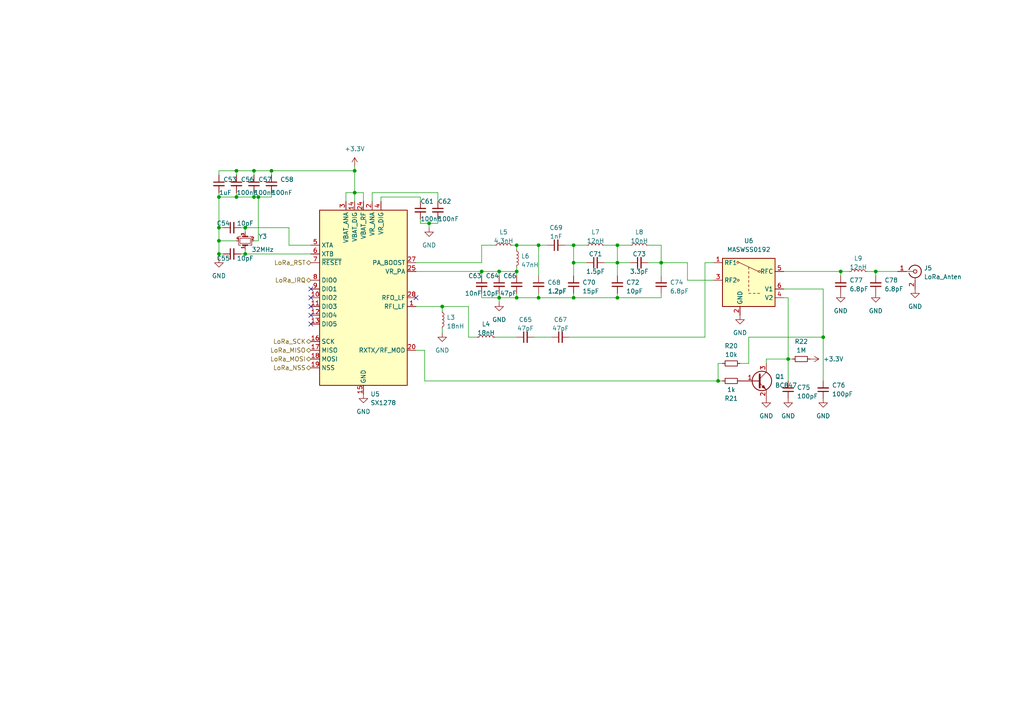
<source format=kicad_sch>
(kicad_sch (version 20230121) (generator eeschema)
  (paper "A4")
  (lib_symbols
    (symbol "Connector:Conn_Coaxial" (pin_names (offset 1.016) hide)
      (property "Reference" "J" (at 0.254 3.048 0))
      (property "Value" "Conn_Coaxial" (at 2.921 0 90))
      (symbol "Conn_Coaxial_0_1"
        (arc (start -1.778 -0.508) (mid 0.2311 -1.8066) (end 1.778 0) (stroke (width 0.254)))
        (polyline (pts (xy -2.54 0) (xy -0.508 0)))
        (polyline (pts (xy 0 -2.54) (xy 0 -1.778)))
        (circle (center 0 0) (radius 0.508) (stroke (width 0.2032)))
        (arc (start 1.778 0) (mid 0.2099 1.8101) (end -1.778 0.508) (stroke (width 0.254)))
      )
      (symbol "Conn_Coaxial_1_1"
        (pin passive line (at -5.08 0 0) (length 2.54) (name "In") (number "1"))
        (pin passive line (at 0 -5.08 90) (length 2.54) (name "Ext") (number "2"))
      )
    )
    (symbol "Device:C_Small" (pin_numbers hide) (pin_names (offset 0.254) hide)
      (property "Reference" "C" (at 0.254 1.778 0))
      (property "Value" "C_Small" (at 0.254 -2.032 0))
      (symbol "C_Small_0_1"
        (polyline (pts (xy -1.524 -0.508) (xy 1.524 -0.508)) (stroke (width 0.3302)))
        (polyline (pts (xy -1.524 0.508) (xy 1.524 0.508)) (stroke (width 0.3048)))
      )
      (symbol "C_Small_1_1"
        (pin passive line (at 0 2.54 270) (length 2.032) (name "~") (number "1"))
        (pin passive line (at 0 -2.54 90) (length 2.032) (name "~") (number "2"))
      )
    )
    (symbol "Device:Crystal_GND24_Small" (pin_names (offset 1.016) hide)
      (property "Reference" "Y" (at 1.27 4.445 0))
      (property "Value" "Crystal_GND24_Small" (at 1.27 2.54 0))
      (symbol "Crystal_GND24_Small_0_1"
        (rectangle (start -0.762 -1.524) (end 0.762 1.524))
        (polyline (pts (xy -1.27 -0.762) (xy -1.27 0.762)) (stroke (width 0.381)))
        (polyline (pts (xy 1.27 -0.762) (xy 1.27 0.762)) (stroke (width 0.381)))
        (polyline (pts (xy -1.27 -1.27) (xy -1.27 -1.905) (xy 1.27 -1.905) (xy 1.27 -1.27)))
        (polyline (pts (xy -1.27 1.27) (xy -1.27 1.905) (xy 1.27 1.905) (xy 1.27 1.27)))
      )
      (symbol "Crystal_GND24_Small_1_1"
        (pin passive line (at -2.54 0 0) (length 1.27) (name "1") (number "1"))
        (pin passive line (at 0 -2.54 90) (length 0.635) (name "2") (number "2"))
        (pin passive line (at 2.54 0 180) (length 1.27) (name "3") (number "3"))
        (pin passive line (at 0 2.54 270) (length 0.635) (name "4") (number "4"))
      )
    )
    (symbol "Device:L_Small" (pin_numbers hide) (pin_names (offset 0.254) hide)
      (property "Reference" "L" (at 0.762 1.016 0))
      (property "Value" "L_Small" (at 0.762 -1.016 0))
      (symbol "L_Small_0_1"
        (arc (start 0 -2.032) (mid 0.5058 -1.524) (end 0 -1.016))
        (arc (start 0 -1.016) (mid 0.5058 -0.508) (end 0 0))
        (arc (start 0 0) (mid 0.5058 0.508) (end 0 1.016))
        (arc (start 0 1.016) (mid 0.5058 1.524) (end 0 2.032))
      )
      (symbol "L_Small_1_1"
        (pin passive line (at 0 2.54 270) (length 0.508) (name "~") (number "1"))
        (pin passive line (at 0 -2.54 90) (length 0.508) (name "~") (number "2"))
      )
    )
    (symbol "Device:R_Small" (pin_numbers hide) (pin_names (offset 0.254) hide)
      (property "Reference" "R" (at 0.762 0.508 0))
      (property "Value" "R_Small" (at 0.762 -1.016 0))
      (symbol "R_Small_0_1"
        (rectangle (start -0.762 1.778) (end 0.762 -1.778) (stroke (width 0.2032)))
      )
      (symbol "R_Small_1_1"
        (pin passive line (at 0 2.54 270) (length 0.762) (name "~") (number "1"))
        (pin passive line (at 0 -2.54 90) (length 0.762) (name "~") (number "2"))
      )
    )
    (symbol "RF:SX1278"
      (property "Reference" "U" (at 13.97 24.13 0))
      (property "Value" "SX1278" (at 13.97 21.59 0))
      (symbol "SX1278_0_1"
        (rectangle (start -12.7 25.4) (end 12.7 -25.4) (stroke (width 0.254)) (fill (type background)))
      )
      (symbol "SX1278_1_1"
        (pin input line (at 15.24 -2.54 180) (length 2.54) (name "RFI_LF") (number "1"))
        (pin bidirectional line (at -15.24 0 0) (length 2.54) (name "DIO2") (number "10"))
        (pin bidirectional line (at -15.24 -2.54 0) (length 2.54) (name "DIO3") (number "11"))
        (pin bidirectional line (at -15.24 -5.08 0) (length 2.54) (name "DIO4") (number "12"))
        (pin bidirectional line (at -15.24 -7.62 0) (length 2.54) (name "DIO5") (number "13"))
        (pin power_in line (at -2.54 27.94 270) (length 2.54) (name "VBAT_DIG") (number "14"))
        (pin power_in line (at 0 -27.94 90) (length 2.54) (name "GND") (number "15"))
        (pin input line (at -15.24 -12.7 0) (length 2.54) (name "SCK") (number "16"))
        (pin output line (at -15.24 -15.24 0) (length 2.54) (name "MISO") (number "17"))
        (pin input line (at -15.24 -17.78 0) (length 2.54) (name "MOSI") (number "18"))
        (pin input line (at -15.24 -20.32 0) (length 2.54) (name "NSS") (number "19"))
        (pin power_in line (at 2.54 27.94 270) (length 2.54) (name "VR_ANA") (number "2"))
        (pin output line (at 15.24 -15.24 180) (length 2.54) (name "RXTX/RF_MOD") (number "20"))
        (pin passive line (at 0 -27.94 90) (length 2.54) hide (name "GND") (number "21"))
        (pin passive line (at 0 -27.94 90) (length 2.54) hide (name "GND") (number "22"))
        (pin passive line (at 0 -27.94 90) (length 2.54) hide (name "GND") (number "23"))
        (pin power_in line (at 0 27.94 270) (length 2.54) (name "VBAT_RF") (number "24"))
        (pin power_out line (at 15.24 7.62 180) (length 2.54) (name "VR_PA") (number "25"))
        (pin passive line (at 0 -27.94 90) (length 2.54) hide (name "GND") (number "26"))
        (pin power_out line (at 15.24 10.16 180) (length 2.54) (name "PA_BOOST") (number "27"))
        (pin output line (at 15.24 0 180) (length 2.54) (name "RFO_LF") (number "28"))
        (pin passive line (at 0 -27.94 90) (length 2.54) hide (name "GND") (number "29"))
        (pin power_in line (at -5.08 27.94 270) (length 2.54) (name "VBAT_ANA") (number "3"))
        (pin power_in line (at 5.08 27.94 270) (length 2.54) (name "VR_DIG") (number "4"))
        (pin bidirectional line (at -15.24 15.24 0) (length 2.54) (name "XTA") (number "5"))
        (pin bidirectional line (at -15.24 12.7 0) (length 2.54) (name "XTB") (number "6"))
        (pin input line (at -15.24 10.16 0) (length 2.54) (name "~{RESET}") (number "7"))
        (pin bidirectional line (at -15.24 5.08 0) (length 2.54) (name "DIO0") (number "8"))
        (pin bidirectional line (at -15.24 2.54 0) (length 2.54) (name "DIO1") (number "9"))
      )
    )
    (symbol "RF_Switch:MASWSS0192"
      (property "Reference" "U" (at -7.62 7.62 0))
      (property "Value" "MASWSS0192" (at 3.81 7.62 0))
      (symbol "MASWSS0192_0_1"
        (circle (center -3.048 2.54) (radius 0.2794))
        (polyline (pts (xy -3.175 -3.81) (xy -2.54 -3.81)))
        (polyline (pts (xy -2.794 2.54) (xy 2.921 5.207)))
        (polyline (pts (xy -1.905 -3.81) (xy -1.27 -3.81)))
        (polyline (pts (xy -0.635 -3.81) (xy 0 -3.81)))
        (polyline (pts (xy 0 -3.175) (xy 0 -2.54)))
        (polyline (pts (xy 0 -1.905) (xy 0 -1.27)))
        (polyline (pts (xy 0 -0.635) (xy 0 0)))
        (polyline (pts (xy 0 0.635) (xy 0 1.27)))
        (polyline (pts (xy 0 1.905) (xy 0 2.54)))
        (polyline (pts (xy 0 3.175) (xy 0 3.81)))
        (circle (center 3.048 0) (radius 0.2794))
        (circle (center 3.175 5.207) (radius 0.2794))
        (rectangle (start 7.62 -7.62) (end -7.62 6.35) (stroke (width 0.254)) (fill (type background)))
      )
      (symbol "MASWSS0192_1_1"
        (pin passive line (at 10.16 5.08 180) (length 2.54) (name "RF1") (number "1"))
        (pin power_in line (at 2.54 -10.16 90) (length 2.54) (name "GND") (number "2"))
        (pin passive line (at 10.16 0 180) (length 2.54) (name "RF2") (number "3"))
        (pin input line (at -10.16 -5.08 0) (length 2.54) (name "V2") (number "4"))
        (pin passive line (at -10.16 2.54 0) (length 2.54) (name "RFC") (number "5"))
        (pin input line (at -10.16 -2.54 0) (length 2.54) (name "V1") (number "6"))
      )
    )
    (symbol "Transistor_BJT:BC847" (pin_names (offset 0) hide)
      (property "Reference" "Q" (at 5.08 1.905 0))
      (property "Value" "BC847" (at 5.08 0 0))
      (symbol "BC847_0_1"
        (polyline (pts (xy 0.635 0.635) (xy 2.54 2.54)))
        (polyline (pts (xy 0.635 -0.635) (xy 2.54 -2.54) (xy 2.54 -2.54)))
        (polyline (pts (xy 0.635 1.905) (xy 0.635 -1.905) (xy 0.635 -1.905)) (stroke (width 0.508)))
        (polyline (pts (xy 1.27 -1.778) (xy 1.778 -1.27) (xy 2.286 -2.286) (xy 1.27 -1.778) (xy 1.27 -1.778)) (fill (type outline)))
        (circle (center 1.27 0) (radius 2.8194) (stroke (width 0.254)))
      )
      (symbol "BC847_1_1"
        (pin input line (at -5.08 0 0) (length 5.715) (name "B") (number "1"))
        (pin passive line (at 2.54 -5.08 90) (length 2.54) (name "E") (number "2"))
        (pin passive line (at 2.54 5.08 270) (length 2.54) (name "C") (number "3"))
      )
    )
    (symbol "power:+3.3V" (power) (pin_names (offset 0))
      (property "Value" "+3.3V" (at 0 3.556 0))
      (symbol "+3.3V_0_1"
        (polyline (pts (xy -0.762 1.27) (xy 0 2.54)))
        (polyline (pts (xy 0 0) (xy 0 2.54)))
        (polyline (pts (xy 0 2.54) (xy 0.762 1.27)))
      )
      (symbol "+3.3V_1_1"
        (pin power_in line (at 0 0 90) (length 0) hide (name "+3.3V") (number "1"))
      )
    )
    (symbol "power:GND" (power) (pin_names (offset 0))
      (property "Value" "GND" (at 0 -3.81 0))
      (symbol "GND_0_1"
        (polyline (pts (xy 0 0) (xy 0 -1.27) (xy 1.27 -1.27) (xy 0 -2.54) (xy -1.27 -1.27) (xy 0 -1.27)))
      )
      (symbol "GND_1_1"
        (pin power_in line (at 0 0 270) (length 0) hide (name "GND") (number "1"))
      )
    )
  )
  (junction (at 149.86 71.12))
  (junction (at 102.87 49.53))
  (junction (at 238.76 97.79))
  (junction (at 156.21 86.36))
  (junction (at 124.46 64.77))
  (junction (at 78.74 49.53))
  (junction (at 68.58 49.53))
  (junction (at 139.7 78.74))
  (junction (at 68.58 57.15))
  (junction (at 144.78 86.36))
  (junction (at 102.87 55.88))
  (junction (at 208.28 110.49))
  (junction (at 166.37 86.36))
  (junction (at 73.66 57.15))
  (junction (at 74.93 57.15))
  (junction (at 149.86 78.74))
  (junction (at 71.12 73.66))
  (junction (at 149.86 86.36))
  (junction (at 179.07 76.2))
  (junction (at 166.37 76.2))
  (junction (at 128.27 88.9))
  (junction (at 228.6 104.14))
  (junction (at 71.12 66.04))
  (junction (at 254 78.74))
  (junction (at 179.07 86.36))
  (junction (at 191.77 76.2))
  (junction (at 166.37 71.12))
  (junction (at 63.5 69.85))
  (junction (at 179.07 71.12))
  (junction (at 144.78 78.74))
  (junction (at 156.21 71.12))
  (junction (at 63.5 66.04))
  (junction (at 63.5 57.15))
  (junction (at 73.66 49.53))
  (junction (at 63.5 73.66))
  (junction (at 243.84 78.74))
  (no_connect (at 120.65 86.36))
  (no_connect (at 90.17 83.82))
  (no_connect (at 90.17 86.36))
  (no_connect (at 90.17 88.9))
  (no_connect (at 90.17 91.44))
  (no_connect (at 90.17 93.98))
  (wire (pts (xy 63.5 73.66) (xy 63.5 69.85)))
  (wire (pts (xy 199.39 76.2) (xy 191.77 76.2)))
  (wire (pts (xy 254 78.74) (xy 251.46 78.74)))
  (wire (pts (xy 222.25 104.14) (xy 228.6 104.14)))
  (wire (pts (xy 105.41 58.42) (xy 105.41 55.88)))
  (wire (pts (xy 127 64.77) (xy 124.46 64.77)))
  (wire (pts (xy 139.7 78.74) (xy 139.7 80.01)))
  (wire (pts (xy 166.37 71.12) (xy 163.83 71.12)))
  (wire (pts (xy 63.5 66.04) (xy 63.5 57.15)))
  (wire (pts (xy 63.5 69.85) (xy 68.58 69.85)))
  (wire (pts (xy 123.19 101.6) (xy 123.19 110.49)))
  (wire (pts (xy 166.37 86.36) (xy 156.21 86.36)))
  (wire (pts (xy 102.87 55.88) (xy 102.87 49.53)))
  (wire (pts (xy 121.92 64.77) (xy 121.92 63.5)))
  (wire (pts (xy 191.77 86.36) (xy 179.07 86.36)))
  (wire (pts (xy 207.01 81.28) (xy 199.39 81.28)))
  (wire (pts (xy 208.28 105.41) (xy 208.28 110.49)))
  (wire (pts (xy 107.95 55.88) (xy 127 55.88)))
  (wire (pts (xy 78.74 49.53) (xy 73.66 49.53)))
  (wire (pts (xy 105.41 55.88) (xy 102.87 55.88)))
  (wire (pts (xy 149.86 97.79) (xy 143.51 97.79)))
  (wire (pts (xy 144.78 86.36) (xy 144.78 87.63)))
  (wire (pts (xy 179.07 76.2) (xy 182.88 76.2)))
  (wire (pts (xy 139.7 71.12) (xy 143.51 71.12)))
  (wire (pts (xy 120.65 78.74) (xy 139.7 78.74)))
  (wire (pts (xy 123.19 110.49) (xy 208.28 110.49)))
  (wire (pts (xy 83.82 66.04) (xy 71.12 66.04)))
  (wire (pts (xy 260.35 78.74) (xy 254 78.74)))
  (wire (pts (xy 128.27 88.9) (xy 128.27 90.17)))
  (wire (pts (xy 149.86 77.47) (xy 149.86 78.74)))
  (wire (pts (xy 243.84 78.74) (xy 227.33 78.74)))
  (wire (pts (xy 71.12 73.66) (xy 90.17 73.66)))
  (wire (pts (xy 120.65 101.6) (xy 123.19 101.6)))
  (wire (pts (xy 238.76 83.82) (xy 227.33 83.82)))
  (wire (pts (xy 254 78.74) (xy 254 80.01)))
  (wire (pts (xy 166.37 85.09) (xy 166.37 86.36)))
  (wire (pts (xy 207.01 76.2) (xy 204.47 76.2)))
  (wire (pts (xy 78.74 55.88) (xy 78.74 57.15)))
  (wire (pts (xy 74.93 57.15) (xy 74.93 69.85)))
  (wire (pts (xy 73.66 69.85) (xy 74.93 69.85)))
  (wire (pts (xy 135.89 97.79) (xy 135.89 88.9)))
  (wire (pts (xy 199.39 81.28) (xy 199.39 76.2)))
  (wire (pts (xy 78.74 49.53) (xy 102.87 49.53)))
  (wire (pts (xy 69.85 73.66) (xy 71.12 73.66)))
  (wire (pts (xy 128.27 88.9) (xy 120.65 88.9)))
  (wire (pts (xy 64.77 73.66) (xy 63.5 73.66)))
  (wire (pts (xy 83.82 71.12) (xy 83.82 66.04)))
  (wire (pts (xy 217.17 105.41) (xy 217.17 97.79)))
  (wire (pts (xy 63.5 73.66) (xy 63.5 74.93)))
  (wire (pts (xy 102.87 48.26) (xy 102.87 49.53)))
  (wire (pts (xy 149.86 71.12) (xy 149.86 72.39)))
  (wire (pts (xy 191.77 85.09) (xy 191.77 86.36)))
  (wire (pts (xy 102.87 55.88) (xy 100.33 55.88)))
  (wire (pts (xy 144.78 85.09) (xy 144.78 86.36)))
  (wire (pts (xy 127 63.5) (xy 127 64.77)))
  (wire (pts (xy 179.07 76.2) (xy 179.07 80.01)))
  (wire (pts (xy 110.49 57.15) (xy 121.92 57.15)))
  (wire (pts (xy 209.55 105.41) (xy 208.28 105.41)))
  (wire (pts (xy 127 55.88) (xy 127 58.42)))
  (wire (pts (xy 73.66 57.15) (xy 74.93 57.15)))
  (wire (pts (xy 246.38 78.74) (xy 243.84 78.74)))
  (wire (pts (xy 160.02 97.79) (xy 154.94 97.79)))
  (wire (pts (xy 144.78 86.36) (xy 149.86 86.36)))
  (wire (pts (xy 149.86 86.36) (xy 149.86 85.09)))
  (wire (pts (xy 191.77 76.2) (xy 191.77 71.12)))
  (wire (pts (xy 107.95 58.42) (xy 107.95 55.88)))
  (wire (pts (xy 139.7 76.2) (xy 139.7 71.12)))
  (wire (pts (xy 149.86 71.12) (xy 156.21 71.12)))
  (wire (pts (xy 64.77 66.04) (xy 63.5 66.04)))
  (wire (pts (xy 175.26 76.2) (xy 179.07 76.2)))
  (wire (pts (xy 73.66 49.53) (xy 68.58 49.53)))
  (wire (pts (xy 139.7 86.36) (xy 144.78 86.36)))
  (wire (pts (xy 156.21 80.01) (xy 156.21 71.12)))
  (wire (pts (xy 204.47 76.2) (xy 204.47 97.79)))
  (wire (pts (xy 228.6 110.49) (xy 228.6 104.14)))
  (wire (pts (xy 69.85 66.04) (xy 71.12 66.04)))
  (wire (pts (xy 156.21 71.12) (xy 158.75 71.12)))
  (wire (pts (xy 217.17 97.79) (xy 238.76 97.79)))
  (wire (pts (xy 156.21 86.36) (xy 149.86 86.36)))
  (wire (pts (xy 63.5 49.53) (xy 63.5 50.8)))
  (wire (pts (xy 73.66 57.15) (xy 73.66 55.88)))
  (wire (pts (xy 222.25 105.41) (xy 222.25 104.14)))
  (wire (pts (xy 149.86 78.74) (xy 149.86 80.01)))
  (wire (pts (xy 148.59 71.12) (xy 149.86 71.12)))
  (wire (pts (xy 228.6 86.36) (xy 227.33 86.36)))
  (wire (pts (xy 238.76 97.79) (xy 238.76 83.82)))
  (wire (pts (xy 144.78 78.74) (xy 139.7 78.74)))
  (wire (pts (xy 138.43 97.79) (xy 135.89 97.79)))
  (wire (pts (xy 68.58 57.15) (xy 73.66 57.15)))
  (wire (pts (xy 179.07 86.36) (xy 166.37 86.36)))
  (wire (pts (xy 110.49 58.42) (xy 110.49 57.15)))
  (wire (pts (xy 73.66 49.53) (xy 73.66 50.8)))
  (wire (pts (xy 179.07 71.12) (xy 179.07 76.2)))
  (wire (pts (xy 166.37 71.12) (xy 166.37 76.2)))
  (wire (pts (xy 121.92 57.15) (xy 121.92 58.42)))
  (wire (pts (xy 68.58 49.53) (xy 68.58 50.8)))
  (wire (pts (xy 139.7 86.36) (xy 139.7 85.09)))
  (wire (pts (xy 124.46 64.77) (xy 121.92 64.77)))
  (wire (pts (xy 128.27 95.25) (xy 128.27 96.52)))
  (wire (pts (xy 68.58 55.88) (xy 68.58 57.15)))
  (wire (pts (xy 204.47 97.79) (xy 165.1 97.79)))
  (wire (pts (xy 156.21 85.09) (xy 156.21 86.36)))
  (wire (pts (xy 179.07 85.09) (xy 179.07 86.36)))
  (wire (pts (xy 238.76 110.49) (xy 238.76 97.79)))
  (wire (pts (xy 120.65 76.2) (xy 139.7 76.2)))
  (wire (pts (xy 208.28 110.49) (xy 209.55 110.49)))
  (wire (pts (xy 228.6 104.14) (xy 228.6 86.36)))
  (wire (pts (xy 78.74 49.53) (xy 78.74 50.8)))
  (wire (pts (xy 187.96 76.2) (xy 191.77 76.2)))
  (wire (pts (xy 144.78 78.74) (xy 144.78 80.01)))
  (wire (pts (xy 63.5 69.85) (xy 63.5 66.04)))
  (wire (pts (xy 166.37 76.2) (xy 166.37 80.01)))
  (wire (pts (xy 166.37 71.12) (xy 170.18 71.12)))
  (wire (pts (xy 124.46 64.77) (xy 124.46 66.04)))
  (wire (pts (xy 214.63 105.41) (xy 217.17 105.41)))
  (wire (pts (xy 63.5 57.15) (xy 63.5 55.88)))
  (wire (pts (xy 102.87 55.88) (xy 102.87 58.42)))
  (wire (pts (xy 63.5 57.15) (xy 68.58 57.15)))
  (wire (pts (xy 191.77 71.12) (xy 187.96 71.12)))
  (wire (pts (xy 71.12 73.66) (xy 71.12 72.39)))
  (wire (pts (xy 71.12 66.04) (xy 71.12 67.31)))
  (wire (pts (xy 149.86 78.74) (xy 144.78 78.74)))
  (wire (pts (xy 68.58 49.53) (xy 63.5 49.53)))
  (wire (pts (xy 90.17 71.12) (xy 83.82 71.12)))
  (wire (pts (xy 179.07 71.12) (xy 175.26 71.12)))
  (wire (pts (xy 166.37 76.2) (xy 170.18 76.2)))
  (wire (pts (xy 74.93 57.15) (xy 78.74 57.15)))
  (wire (pts (xy 243.84 78.74) (xy 243.84 80.01)))
  (wire (pts (xy 228.6 104.14) (xy 229.87 104.14)))
  (wire (pts (xy 100.33 55.88) (xy 100.33 58.42)))
  (wire (pts (xy 179.07 71.12) (xy 182.88 71.12)))
  (wire (pts (xy 191.77 80.01) (xy 191.77 76.2)))
  (wire (pts (xy 135.89 88.9) (xy 128.27 88.9)))
  (hierarchical_label "LoRa_MOSI" (shape bidirectional) (at 90.17 104.14 180))
  (hierarchical_label "LoRa_RST" (shape bidirectional) (at 90.17 76.2 180))
  (hierarchical_label "LoRa_IRQ" (shape bidirectional) (at 90.17 81.28 180))
  (hierarchical_label "LoRa_MISO" (shape bidirectional) (at 90.17 101.6 180))
  (hierarchical_label "LoRa_NSS" (shape bidirectional) (at 90.17 106.68 180))
  (hierarchical_label "LoRa_SCK" (shape bidirectional) (at 90.17 99.06 180))
  (symbol (lib_id "power:GND") (at 144.78 87.63 0) (mirror y) (unit 1)
    (property "Reference" "#PWR082" (effects hide))
    (property "Value" "GND" (at 144.78 92.71 0))
  )
  (symbol (lib_id "power:GND") (at 128.27 96.52 0) (mirror y) (unit 1)
    (property "Reference" "#PWR081" (effects hide))
    (property "Value" "GND" (at 128.27 101.6 0))
  )
  (symbol (lib_id "power:+3.3V") (at 234.95 104.14 270) (unit 1)
    (property "Reference" "#PWR086" (effects hide))
    (property "Value" "+3.3V" (at 238.76 104.1399 90) (effects (justify left)))
  )
  (symbol (lib_id "Transistor_BJT:BC847") (at 219.71 110.49 0) (unit 1)
    (property "Reference" "Q1" (at 224.79 109.2199 0) (effects (justify left)))
    (property "Value" "BC847" (at 224.79 111.7599 0) (effects (justify left)))
    (property "Footprint" "Anh_Footprints:SOT23-3" (effects hide))
    (property "Datasheet" "http://www.infineon.com/dgdl/Infineon-BC847SERIES_BC848SERIES_BC849SERIES_BC850SERIES-DS-v01_01-en.pdf?fileId=db3a304314dca389011541d4630a1657" (effects hide))
  )
  (symbol (lib_id "Device:C_Small") (at 144.78 82.55 0) (mirror y) (unit 1)
    (property "Reference" "C64" (at 144.78 80.01 0) (effects (justify left)))
    (property "Value" "10pF" (at 144.78 85.09 0) (effects (justify left)))
    (property "Footprint" "Anh_Footprints:C_0603" (effects hide))
  )
  (symbol (lib_id "Device:C_Small") (at 68.58 53.34 0) (unit 1)
    (property "Reference" "C56" (at 69.85 52.07 0) (effects (justify left)))
    (property "Value" "100nF" (at 68.58 55.88 0) (effects (justify left)))
    (property "Footprint" "Anh_Footprints:C_0603" (effects hide))
  )
  (symbol (lib_id "power:GND") (at 105.41 114.3 0) (unit 1)
    (property "Reference" "#PWR079" (effects hide))
    (property "Value" "GND" (at 105.41 119.38 0))
  )
  (symbol (lib_id "Device:L_Small") (at 248.92 78.74 90) (unit 1)
    (property "Reference" "L9" (at 248.92 74.93 90))
    (property "Value" "12nH" (at 248.92 77.47 90))
    (property "Footprint" "Anh_Footprints:L_0603" (effects hide))
  )
  (symbol (lib_id "Device:C_Small") (at 191.77 82.55 180) (unit 1)
    (property "Reference" "C74" (at 194.31 81.9086 0) (effects (justify right)))
    (property "Value" "6.8pF" (at 194.31 84.4486 0) (effects (justify right)))
    (property "Footprint" "Anh_Footprints:C_0603" (effects hide))
  )
  (symbol (lib_id "power:GND") (at 254 85.09 0) (unit 1)
    (property "Reference" "#PWR089" (effects hide))
    (property "Value" "GND" (at 254 90.17 0))
  )
  (symbol (lib_id "Device:C_Small") (at 238.76 113.03 180) (unit 1)
    (property "Reference" "C76" (at 241.3 111.7535 0) (effects (justify right)))
    (property "Value" "100pF" (at 241.3 114.2935 0) (effects (justify right)))
    (property "Footprint" "Anh_Footprints:C_0603" (effects hide))
  )
  (symbol (lib_id "Device:C_Small") (at 149.86 82.55 0) (mirror y) (unit 1)
    (property "Reference" "C66" (at 149.86 80.01 0) (effects (justify left)))
    (property "Value" "47pF" (at 149.86 85.09 0) (effects (justify left)))
    (property "Footprint" "Anh_Footprints:C_0603" (effects hide))
  )
  (symbol (lib_id "Device:C_Small") (at 78.74 53.34 0) (unit 1)
    (property "Reference" "C58" (at 81.28 52.07 0) (effects (justify left)))
    (property "Value" "100nF" (at 78.74 55.88 0) (effects (justify left)))
    (property "Footprint" "Anh_Footprints:C_0603" (effects hide))
  )
  (symbol (lib_id "Device:C_Small") (at 67.31 66.04 90) (unit 1)
    (property "Reference" "C54" (at 64.77 64.77 90))
    (property "Value" "10pF" (at 71.12 64.77 90))
    (property "Footprint" "Anh_Footprints:C_0603" (effects hide))
  )
  (symbol (lib_id "RF:SX1278") (at 105.41 86.36 0) (unit 1)
    (property "Reference" "U5" (at 107.4294 114.3 0) (effects (justify left)))
    (property "Value" "SX1278" (at 107.4294 116.84 0) (effects (justify left)))
    (property "Footprint" "Anh_Footprints:QFN-28_6x6_PAD" (effects hide))
    (property "Datasheet" "https://semtech.my.salesforce.com/sfc/p/#E0000000JelG/a/2R0000001Rbr/6EfVZUorrpoKFfvaF_Fkpgp5kzjiNyiAbqcpqh9qSjE" (effects hide))
  )
  (symbol (lib_id "Device:C_Small") (at 67.31 73.66 90) (unit 1)
    (property "Reference" "C55" (at 64.77 74.93 90))
    (property "Value" "10pF" (at 71.12 74.93 90))
    (property "Footprint" "Anh_Footprints:C_0603" (effects hide))
  )
  (symbol (lib_id "Device:C_Small") (at 121.92 60.96 0) (unit 1)
    (property "Reference" "C61" (at 121.92 58.42 0) (effects (justify left)))
    (property "Value" "100nF" (at 121.92 63.5 0) (effects (justify left)))
    (property "Footprint" "Anh_Footprints:C_0603" (effects hide))
  )
  (symbol (lib_id "Device:R_Small") (at 232.41 104.14 90) (unit 1)
    (property "Reference" "R22" (at 232.41 99.06 90))
    (property "Value" "1M" (at 232.41 101.6 90))
    (property "Footprint" "Anh_Footprints:R_0603" (effects hide))
  )
  (symbol (lib_id "Device:L_Small") (at 140.97 97.79 90) (unit 1)
    (property "Reference" "L4" (at 140.97 93.98 90))
    (property "Value" "18nH" (at 140.97 96.52 90))
    (property "Footprint" "Anh_Footprints:L_0603" (effects hide))
  )
  (symbol (lib_id "RF_Switch:MASWSS0192") (at 217.17 81.28 0) (mirror y) (unit 1)
    (property "Reference" "U6" (at 217.17 69.85 0))
    (property "Value" "MASWSS0192" (at 217.17 72.39 0))
    (property "Footprint" "Package_TO_SOT_SMD:SOT-363_SC-70-6" (effects hide))
    (property "Datasheet" "https://cdn.macom.com/datasheets/MASWSS0192.pdf" (effects hide))
  )
  (symbol (lib_id "Device:C_Small") (at 127 60.96 0) (unit 1)
    (property "Reference" "C62" (at 127 58.42 0) (effects (justify left)))
    (property "Value" "100nF" (at 127 63.5 0) (effects (justify left)))
    (property "Footprint" "Anh_Footprints:C_0603" (effects hide))
  )
  (symbol (lib_id "Device:C_Small") (at 172.72 76.2 90) (unit 1)
    (property "Reference" "C71" (at 172.72 73.66 90))
    (property "Value" "1.5pF" (at 172.72 78.74 90))
    (property "Footprint" "Anh_Footprints:C_0603" (effects hide))
  )
  (symbol (lib_id "power:GND") (at 265.43 83.82 0) (unit 1)
    (property "Reference" "#PWR090" (effects hide))
    (property "Value" "GND" (at 265.43 88.9 0))
  )
  (symbol (lib_id "Device:C_Small") (at 63.5 53.34 0) (unit 1)
    (property "Reference" "C53" (at 64.77 52.07 0) (effects (justify left)))
    (property "Value" "1uF" (at 63.5 55.88 0) (effects (justify left)))
    (property "Footprint" "Anh_Footprints:C_0603" (effects hide))
  )
  (symbol (lib_id "Device:L_Small") (at 185.42 71.12 90) (unit 1)
    (property "Reference" "L8" (at 185.42 67.31 90))
    (property "Value" "10nH" (at 185.42 69.85 90))
    (property "Footprint" "Anh_Footprints:L_0603" (effects hide))
  )
  (symbol (lib_id "Device:R_Small") (at 212.09 105.41 90) (unit 1)
    (property "Reference" "R20" (at 212.09 100.33 90))
    (property "Value" "10k" (at 212.09 102.87 90))
    (property "Footprint" "Anh_Footprints:R_0603" (effects hide))
  )
  (symbol (lib_id "Device:C_Small") (at 161.29 71.12 90) (unit 1)
    (property "Reference" "C69" (at 161.2963 66.04 90))
    (property "Value" "1nF" (at 161.2963 68.58 90))
    (property "Footprint" "Anh_Footprints:C_0603" (effects hide))
  )
  (symbol (lib_id "Device:C_Small") (at 156.21 82.55 0) (unit 1)
    (property "Reference" "C68" (at 158.75 81.9213 0) (effects (justify left)))
    (property "Value" "1.2pF" (at 158.75 84.4613 0) (effects (font bold) (justify left)))
    (property "Footprint" "Anh_Footprints:C_0603" (effects hide))
  )
  (symbol (lib_id "Device:L_Small") (at 146.05 71.12 90) (unit 1)
    (property "Reference" "L5" (at 146.05 67.31 90))
    (property "Value" "4.3nH" (at 146.05 69.85 90))
    (property "Footprint" "Anh_Footprints:L_0603" (effects hide))
  )
  (symbol (lib_id "power:GND") (at 124.46 66.04 0) (unit 1)
    (property "Reference" "#PWR080" (effects hide))
    (property "Value" "GND" (at 124.46 71.12 0))
  )
  (symbol (lib_id "Device:C_Small") (at 166.37 82.55 180) (unit 1)
    (property "Reference" "C70" (at 168.91 81.9086 0) (effects (justify right)))
    (property "Value" "15pF" (at 168.91 84.4486 0) (effects (justify right)))
    (property "Footprint" "Anh_Footprints:C_0603" (effects hide))
  )
  (symbol (lib_id "Device:C_Small") (at 139.7 82.55 0) (mirror y) (unit 1)
    (property "Reference" "C63" (at 139.7 80.01 0) (effects (justify left)))
    (property "Value" "10nF" (at 139.7 85.09 0) (effects (justify left)))
    (property "Footprint" "Anh_Footprints:C_0603" (effects hide))
  )
  (symbol (lib_id "Device:C_Small") (at 179.07 82.55 180) (unit 1)
    (property "Reference" "C72" (at 181.61 81.9086 0) (effects (justify right)))
    (property "Value" "10pF" (at 181.61 84.4486 0) (effects (justify right)))
    (property "Footprint" "Anh_Footprints:C_0603" (effects hide))
  )
  (symbol (lib_id "Device:C_Small") (at 228.6 113.03 180) (unit 1)
    (property "Reference" "C75" (at 231.14 112.3886 0) (effects (justify right)))
    (property "Value" "100pF" (at 231.14 114.9286 0) (effects (justify right)))
    (property "Footprint" "Anh_Footprints:C_0603" (effects hide))
  )
  (symbol (lib_id "Device:C_Small") (at 243.84 82.55 180) (unit 1)
    (property "Reference" "C77" (at 246.38 81.2735 0) (effects (justify right)))
    (property "Value" "6.8pF" (at 246.38 83.8135 0) (effects (justify right)))
    (property "Footprint" "Anh_Footprints:C_0603" (effects hide))
  )
  (symbol (lib_id "Device:C_Small") (at 254 82.55 180) (unit 1)
    (property "Reference" "C78" (at 256.54 81.2735 0) (effects (justify right)))
    (property "Value" "6.8pF" (at 256.54 83.8135 0) (effects (justify right)))
    (property "Footprint" "Anh_Footprints:C_0603" (effects hide))
  )
  (symbol (lib_id "Device:C_Small") (at 185.42 76.2 90) (unit 1)
    (property "Reference" "C73" (at 185.42 73.66 90))
    (property "Value" "3.3pF" (at 185.42 78.74 90))
    (property "Footprint" "Anh_Footprints:C_0603" (effects hide))
  )
  (symbol (lib_id "Device:C_Small") (at 73.66 53.34 0) (unit 1)
    (property "Reference" "C57" (at 74.93 52.07 0) (effects (justify left)))
    (property "Value" "100nF" (at 73.66 55.88 0) (effects (justify left)))
    (property "Footprint" "Anh_Footprints:C_0603" (effects hide))
  )
  (symbol (lib_id "power:GND") (at 238.76 115.57 0) (unit 1)
    (property "Reference" "#PWR087" (effects hide))
    (property "Value" "GND" (at 238.76 120.65 0))
  )
  (symbol (lib_id "Device:L_Small") (at 149.86 74.93 0) (unit 1)
    (property "Reference" "L6" (at 151.13 74.295 0) (effects (justify left)))
    (property "Value" "47nH" (at 151.13 76.835 0) (effects (justify left)))
    (property "Footprint" "Anh_Footprints:L_0603" (effects hide))
  )
  (symbol (lib_id "Device:L_Small") (at 128.27 92.71 0) (unit 1)
    (property "Reference" "L3" (at 129.54 92.075 0) (effects (justify left)))
    (property "Value" "18nH" (at 129.54 94.615 0) (effects (justify left)))
    (property "Footprint" "Anh_Footprints:L_0603" (effects hide))
  )
  (symbol (lib_id "Connector:Conn_Coaxial") (at 265.43 78.74 0) (unit 1)
    (property "Reference" "J5" (at 267.97 77.7631 0) (effects (justify left)))
    (property "Value" "LoRa_Anten" (at 267.97 80.3031 0) (effects (justify left)))
    (property "Footprint" "Anh_Footprints:IPEX_Antena_Connector" (effects hide))
    (property "Datasheet" " ~" (effects hide))
  )
  (symbol (lib_id "power:GND") (at 63.5 74.93 0) (unit 1)
    (property "Reference" "#PWR077" (effects hide))
    (property "Value" "GND" (at 63.5 80.01 0))
  )
  (symbol (lib_id "power:GND") (at 214.63 91.44 0) (unit 1)
    (property "Reference" "#PWR083" (effects hide))
    (property "Value" "GND" (at 214.63 96.52 0))
  )
  (symbol (lib_id "Device:R_Small") (at 212.09 110.49 90) (unit 1)
    (property "Reference" "R21" (at 212.09 115.57 90))
    (property "Value" "1k" (at 212.09 113.03 90))
    (property "Footprint" "Anh_Footprints:R_0603" (effects hide))
  )
  (symbol (lib_id "power:GND") (at 228.6 115.57 0) (unit 1)
    (property "Reference" "#PWR085" (effects hide))
    (property "Value" "GND" (at 228.6 120.65 0))
  )
  (symbol (lib_id "Device:C_Small") (at 162.56 97.79 90) (unit 1)
    (property "Reference" "C67" (at 162.5663 92.71 90))
    (property "Value" "47pF" (at 162.5663 95.25 90))
    (property "Footprint" "Anh_Footprints:C_0603" (effects hide))
  )
  (symbol (lib_id "Device:Crystal_GND24_Small") (at 71.12 69.85 90) (unit 1)
    (property "Reference" "Y3" (at 76.2 68.58 90))
    (property "Value" "32MHz" (at 76.2 72.39 90))
    (property "Footprint" "Crystal:Crystal_SMD_3225-4Pin_3.2x2.5mm" (effects hide))
  )
  (symbol (lib_id "Device:C_Small") (at 152.4 97.79 90) (unit 1)
    (property "Reference" "C65" (at 152.4063 92.71 90))
    (property "Value" "47pF" (at 152.4063 95.25 90))
    (property "Footprint" "Anh_Footprints:C_0603" (effects hide))
  )
  (symbol (lib_id "power:GND") (at 222.25 115.57 0) (unit 1)
    (property "Reference" "#PWR084" (effects hide))
    (property "Value" "GND" (at 222.25 120.65 0))
  )
  (symbol (lib_id "power:GND") (at 243.84 85.09 0) (unit 1)
    (property "Reference" "#PWR088" (effects hide))
    (property "Value" "GND" (at 243.84 90.17 0))
  )
  (symbol (lib_id "power:+3.3V") (at 102.87 48.26 0) (unit 1)
    (property "Reference" "#PWR078" (effects hide))
    (property "Value" "+3.3V" (at 102.87 43.18 0))
  )
  (symbol (lib_id "Device:L_Small") (at 172.72 71.12 90) (unit 1)
    (property "Reference" "L7" (at 172.72 67.31 90))
    (property "Value" "12nH" (at 172.72 69.85 90))
    (property "Footprint" "Anh_Footprints:L_0603" (effects hide))
  )
)
</source>
